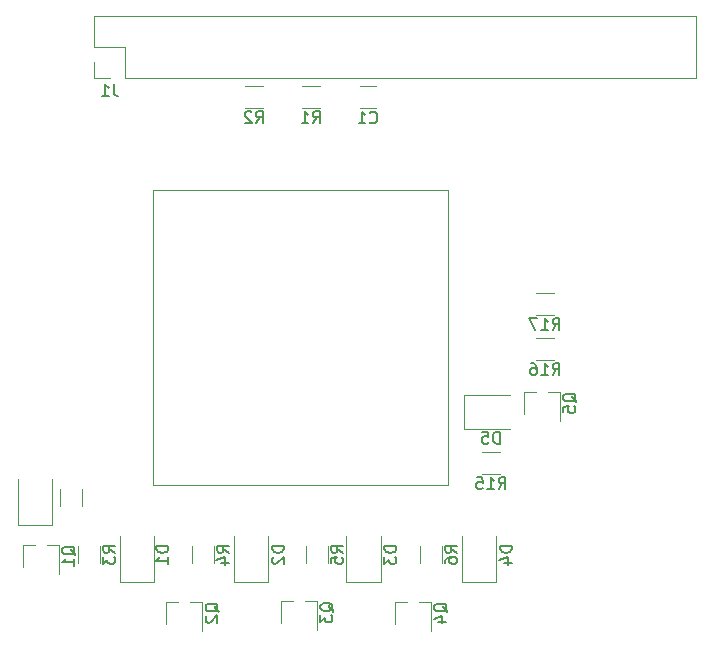
<source format=gbo>
G04 #@! TF.GenerationSoftware,KiCad,Pcbnew,(7.0.0-0)*
G04 #@! TF.CreationDate,2023-03-15T19:35:01+00:00*
G04 #@! TF.ProjectId,Klipper Expander Hat,4b6c6970-7065-4722-9045-7870616e6465,rev?*
G04 #@! TF.SameCoordinates,Original*
G04 #@! TF.FileFunction,Legend,Bot*
G04 #@! TF.FilePolarity,Positive*
%FSLAX46Y46*%
G04 Gerber Fmt 4.6, Leading zero omitted, Abs format (unit mm)*
G04 Created by KiCad (PCBNEW (7.0.0-0)) date 2023-03-15 19:35:01*
%MOMM*%
%LPD*%
G01*
G04 APERTURE LIST*
%ADD10C,0.120000*%
%ADD11C,0.150000*%
G04 APERTURE END LIST*
D10*
X112000000Y-59614000D02*
X137000000Y-59614000D01*
X137000000Y-59614000D02*
X137000000Y-84614000D01*
X137000000Y-84614000D02*
X112000000Y-84614000D01*
X112000000Y-84614000D02*
X112000000Y-59614000D01*
D11*
X108703333Y-50637380D02*
X108703333Y-51351666D01*
X108703333Y-51351666D02*
X108750952Y-51494523D01*
X108750952Y-51494523D02*
X108846190Y-51589761D01*
X108846190Y-51589761D02*
X108989047Y-51637380D01*
X108989047Y-51637380D02*
X109084285Y-51637380D01*
X107703333Y-51637380D02*
X108274761Y-51637380D01*
X107989047Y-51637380D02*
X107989047Y-50637380D01*
X107989047Y-50637380D02*
X108084285Y-50780238D01*
X108084285Y-50780238D02*
X108179523Y-50875476D01*
X108179523Y-50875476D02*
X108274761Y-50923095D01*
X105452619Y-90506761D02*
X105405000Y-90411523D01*
X105405000Y-90411523D02*
X105309761Y-90316285D01*
X105309761Y-90316285D02*
X105166904Y-90173428D01*
X105166904Y-90173428D02*
X105119285Y-90078190D01*
X105119285Y-90078190D02*
X105119285Y-89982952D01*
X105357380Y-90030571D02*
X105309761Y-89935333D01*
X105309761Y-89935333D02*
X105214523Y-89840095D01*
X105214523Y-89840095D02*
X105024047Y-89792476D01*
X105024047Y-89792476D02*
X104690714Y-89792476D01*
X104690714Y-89792476D02*
X104500238Y-89840095D01*
X104500238Y-89840095D02*
X104405000Y-89935333D01*
X104405000Y-89935333D02*
X104357380Y-90030571D01*
X104357380Y-90030571D02*
X104357380Y-90221047D01*
X104357380Y-90221047D02*
X104405000Y-90316285D01*
X104405000Y-90316285D02*
X104500238Y-90411523D01*
X104500238Y-90411523D02*
X104690714Y-90459142D01*
X104690714Y-90459142D02*
X105024047Y-90459142D01*
X105024047Y-90459142D02*
X105214523Y-90411523D01*
X105214523Y-90411523D02*
X105309761Y-90316285D01*
X105309761Y-90316285D02*
X105357380Y-90221047D01*
X105357380Y-90221047D02*
X105357380Y-90030571D01*
X105357380Y-91411523D02*
X105357380Y-90840095D01*
X105357380Y-91125809D02*
X104357380Y-91125809D01*
X104357380Y-91125809D02*
X104500238Y-91030571D01*
X104500238Y-91030571D02*
X104595476Y-90935333D01*
X104595476Y-90935333D02*
X104643095Y-90840095D01*
X113321380Y-89736905D02*
X112321380Y-89736905D01*
X112321380Y-89736905D02*
X112321380Y-89975000D01*
X112321380Y-89975000D02*
X112369000Y-90117857D01*
X112369000Y-90117857D02*
X112464238Y-90213095D01*
X112464238Y-90213095D02*
X112559476Y-90260714D01*
X112559476Y-90260714D02*
X112749952Y-90308333D01*
X112749952Y-90308333D02*
X112892809Y-90308333D01*
X112892809Y-90308333D02*
X113083285Y-90260714D01*
X113083285Y-90260714D02*
X113178523Y-90213095D01*
X113178523Y-90213095D02*
X113273761Y-90117857D01*
X113273761Y-90117857D02*
X113321380Y-89975000D01*
X113321380Y-89975000D02*
X113321380Y-89736905D01*
X113321380Y-91260714D02*
X113321380Y-90689286D01*
X113321380Y-90975000D02*
X112321380Y-90975000D01*
X112321380Y-90975000D02*
X112464238Y-90879762D01*
X112464238Y-90879762D02*
X112559476Y-90784524D01*
X112559476Y-90784524D02*
X112607095Y-90689286D01*
X142404380Y-89736905D02*
X141404380Y-89736905D01*
X141404380Y-89736905D02*
X141404380Y-89975000D01*
X141404380Y-89975000D02*
X141452000Y-90117857D01*
X141452000Y-90117857D02*
X141547238Y-90213095D01*
X141547238Y-90213095D02*
X141642476Y-90260714D01*
X141642476Y-90260714D02*
X141832952Y-90308333D01*
X141832952Y-90308333D02*
X141975809Y-90308333D01*
X141975809Y-90308333D02*
X142166285Y-90260714D01*
X142166285Y-90260714D02*
X142261523Y-90213095D01*
X142261523Y-90213095D02*
X142356761Y-90117857D01*
X142356761Y-90117857D02*
X142404380Y-89975000D01*
X142404380Y-89975000D02*
X142404380Y-89736905D01*
X141737714Y-91165476D02*
X142404380Y-91165476D01*
X141356761Y-90927381D02*
X142071047Y-90689286D01*
X142071047Y-90689286D02*
X142071047Y-91308333D01*
X118443380Y-90308333D02*
X117967190Y-89975000D01*
X118443380Y-89736905D02*
X117443380Y-89736905D01*
X117443380Y-89736905D02*
X117443380Y-90117857D01*
X117443380Y-90117857D02*
X117491000Y-90213095D01*
X117491000Y-90213095D02*
X117538619Y-90260714D01*
X117538619Y-90260714D02*
X117633857Y-90308333D01*
X117633857Y-90308333D02*
X117776714Y-90308333D01*
X117776714Y-90308333D02*
X117871952Y-90260714D01*
X117871952Y-90260714D02*
X117919571Y-90213095D01*
X117919571Y-90213095D02*
X117967190Y-90117857D01*
X117967190Y-90117857D02*
X117967190Y-89736905D01*
X117776714Y-91165476D02*
X118443380Y-91165476D01*
X117395761Y-90927381D02*
X118110047Y-90689286D01*
X118110047Y-90689286D02*
X118110047Y-91308333D01*
X108791380Y-90308333D02*
X108315190Y-89975000D01*
X108791380Y-89736905D02*
X107791380Y-89736905D01*
X107791380Y-89736905D02*
X107791380Y-90117857D01*
X107791380Y-90117857D02*
X107839000Y-90213095D01*
X107839000Y-90213095D02*
X107886619Y-90260714D01*
X107886619Y-90260714D02*
X107981857Y-90308333D01*
X107981857Y-90308333D02*
X108124714Y-90308333D01*
X108124714Y-90308333D02*
X108219952Y-90260714D01*
X108219952Y-90260714D02*
X108267571Y-90213095D01*
X108267571Y-90213095D02*
X108315190Y-90117857D01*
X108315190Y-90117857D02*
X108315190Y-89736905D01*
X107791380Y-90641667D02*
X107791380Y-91260714D01*
X107791380Y-91260714D02*
X108172333Y-90927381D01*
X108172333Y-90927381D02*
X108172333Y-91070238D01*
X108172333Y-91070238D02*
X108219952Y-91165476D01*
X108219952Y-91165476D02*
X108267571Y-91213095D01*
X108267571Y-91213095D02*
X108362809Y-91260714D01*
X108362809Y-91260714D02*
X108600904Y-91260714D01*
X108600904Y-91260714D02*
X108696142Y-91213095D01*
X108696142Y-91213095D02*
X108743761Y-91165476D01*
X108743761Y-91165476D02*
X108791380Y-91070238D01*
X108791380Y-91070238D02*
X108791380Y-90784524D01*
X108791380Y-90784524D02*
X108743761Y-90689286D01*
X108743761Y-90689286D02*
X108696142Y-90641667D01*
X123100380Y-89736905D02*
X122100380Y-89736905D01*
X122100380Y-89736905D02*
X122100380Y-89975000D01*
X122100380Y-89975000D02*
X122148000Y-90117857D01*
X122148000Y-90117857D02*
X122243238Y-90213095D01*
X122243238Y-90213095D02*
X122338476Y-90260714D01*
X122338476Y-90260714D02*
X122528952Y-90308333D01*
X122528952Y-90308333D02*
X122671809Y-90308333D01*
X122671809Y-90308333D02*
X122862285Y-90260714D01*
X122862285Y-90260714D02*
X122957523Y-90213095D01*
X122957523Y-90213095D02*
X123052761Y-90117857D01*
X123052761Y-90117857D02*
X123100380Y-89975000D01*
X123100380Y-89975000D02*
X123100380Y-89736905D01*
X122195619Y-90689286D02*
X122148000Y-90736905D01*
X122148000Y-90736905D02*
X122100380Y-90832143D01*
X122100380Y-90832143D02*
X122100380Y-91070238D01*
X122100380Y-91070238D02*
X122148000Y-91165476D01*
X122148000Y-91165476D02*
X122195619Y-91213095D01*
X122195619Y-91213095D02*
X122290857Y-91260714D01*
X122290857Y-91260714D02*
X122386095Y-91260714D01*
X122386095Y-91260714D02*
X122528952Y-91213095D01*
X122528952Y-91213095D02*
X123100380Y-90641667D01*
X123100380Y-90641667D02*
X123100380Y-91260714D01*
X127296619Y-95292761D02*
X127249000Y-95197523D01*
X127249000Y-95197523D02*
X127153761Y-95102285D01*
X127153761Y-95102285D02*
X127010904Y-94959428D01*
X127010904Y-94959428D02*
X126963285Y-94864190D01*
X126963285Y-94864190D02*
X126963285Y-94768952D01*
X127201380Y-94816571D02*
X127153761Y-94721333D01*
X127153761Y-94721333D02*
X127058523Y-94626095D01*
X127058523Y-94626095D02*
X126868047Y-94578476D01*
X126868047Y-94578476D02*
X126534714Y-94578476D01*
X126534714Y-94578476D02*
X126344238Y-94626095D01*
X126344238Y-94626095D02*
X126249000Y-94721333D01*
X126249000Y-94721333D02*
X126201380Y-94816571D01*
X126201380Y-94816571D02*
X126201380Y-95007047D01*
X126201380Y-95007047D02*
X126249000Y-95102285D01*
X126249000Y-95102285D02*
X126344238Y-95197523D01*
X126344238Y-95197523D02*
X126534714Y-95245142D01*
X126534714Y-95245142D02*
X126868047Y-95245142D01*
X126868047Y-95245142D02*
X127058523Y-95197523D01*
X127058523Y-95197523D02*
X127153761Y-95102285D01*
X127153761Y-95102285D02*
X127201380Y-95007047D01*
X127201380Y-95007047D02*
X127201380Y-94816571D01*
X126201380Y-95578476D02*
X126201380Y-96197523D01*
X126201380Y-96197523D02*
X126582333Y-95864190D01*
X126582333Y-95864190D02*
X126582333Y-96007047D01*
X126582333Y-96007047D02*
X126629952Y-96102285D01*
X126629952Y-96102285D02*
X126677571Y-96149904D01*
X126677571Y-96149904D02*
X126772809Y-96197523D01*
X126772809Y-96197523D02*
X127010904Y-96197523D01*
X127010904Y-96197523D02*
X127106142Y-96149904D01*
X127106142Y-96149904D02*
X127153761Y-96102285D01*
X127153761Y-96102285D02*
X127201380Y-96007047D01*
X127201380Y-96007047D02*
X127201380Y-95721333D01*
X127201380Y-95721333D02*
X127153761Y-95626095D01*
X127153761Y-95626095D02*
X127106142Y-95578476D01*
X145854857Y-71453380D02*
X146188190Y-70977190D01*
X146426285Y-71453380D02*
X146426285Y-70453380D01*
X146426285Y-70453380D02*
X146045333Y-70453380D01*
X146045333Y-70453380D02*
X145950095Y-70501000D01*
X145950095Y-70501000D02*
X145902476Y-70548619D01*
X145902476Y-70548619D02*
X145854857Y-70643857D01*
X145854857Y-70643857D02*
X145854857Y-70786714D01*
X145854857Y-70786714D02*
X145902476Y-70881952D01*
X145902476Y-70881952D02*
X145950095Y-70929571D01*
X145950095Y-70929571D02*
X146045333Y-70977190D01*
X146045333Y-70977190D02*
X146426285Y-70977190D01*
X144902476Y-71453380D02*
X145473904Y-71453380D01*
X145188190Y-71453380D02*
X145188190Y-70453380D01*
X145188190Y-70453380D02*
X145283428Y-70596238D01*
X145283428Y-70596238D02*
X145378666Y-70691476D01*
X145378666Y-70691476D02*
X145473904Y-70739095D01*
X144569142Y-70453380D02*
X143902476Y-70453380D01*
X143902476Y-70453380D02*
X144331047Y-71453380D01*
X130392666Y-53862142D02*
X130440285Y-53909761D01*
X130440285Y-53909761D02*
X130583142Y-53957380D01*
X130583142Y-53957380D02*
X130678380Y-53957380D01*
X130678380Y-53957380D02*
X130821237Y-53909761D01*
X130821237Y-53909761D02*
X130916475Y-53814523D01*
X130916475Y-53814523D02*
X130964094Y-53719285D01*
X130964094Y-53719285D02*
X131011713Y-53528809D01*
X131011713Y-53528809D02*
X131011713Y-53385952D01*
X131011713Y-53385952D02*
X130964094Y-53195476D01*
X130964094Y-53195476D02*
X130916475Y-53100238D01*
X130916475Y-53100238D02*
X130821237Y-53005000D01*
X130821237Y-53005000D02*
X130678380Y-52957380D01*
X130678380Y-52957380D02*
X130583142Y-52957380D01*
X130583142Y-52957380D02*
X130440285Y-53005000D01*
X130440285Y-53005000D02*
X130392666Y-53052619D01*
X129440285Y-53957380D02*
X130011713Y-53957380D01*
X129725999Y-53957380D02*
X129725999Y-52957380D01*
X129725999Y-52957380D02*
X129821237Y-53100238D01*
X129821237Y-53100238D02*
X129916475Y-53195476D01*
X129916475Y-53195476D02*
X130011713Y-53243095D01*
X147870619Y-77552761D02*
X147823000Y-77457523D01*
X147823000Y-77457523D02*
X147727761Y-77362285D01*
X147727761Y-77362285D02*
X147584904Y-77219428D01*
X147584904Y-77219428D02*
X147537285Y-77124190D01*
X147537285Y-77124190D02*
X147537285Y-77028952D01*
X147775380Y-77076571D02*
X147727761Y-76981333D01*
X147727761Y-76981333D02*
X147632523Y-76886095D01*
X147632523Y-76886095D02*
X147442047Y-76838476D01*
X147442047Y-76838476D02*
X147108714Y-76838476D01*
X147108714Y-76838476D02*
X146918238Y-76886095D01*
X146918238Y-76886095D02*
X146823000Y-76981333D01*
X146823000Y-76981333D02*
X146775380Y-77076571D01*
X146775380Y-77076571D02*
X146775380Y-77267047D01*
X146775380Y-77267047D02*
X146823000Y-77362285D01*
X146823000Y-77362285D02*
X146918238Y-77457523D01*
X146918238Y-77457523D02*
X147108714Y-77505142D01*
X147108714Y-77505142D02*
X147442047Y-77505142D01*
X147442047Y-77505142D02*
X147632523Y-77457523D01*
X147632523Y-77457523D02*
X147727761Y-77362285D01*
X147727761Y-77362285D02*
X147775380Y-77267047D01*
X147775380Y-77267047D02*
X147775380Y-77076571D01*
X146775380Y-78409904D02*
X146775380Y-77933714D01*
X146775380Y-77933714D02*
X147251571Y-77886095D01*
X147251571Y-77886095D02*
X147203952Y-77933714D01*
X147203952Y-77933714D02*
X147156333Y-78028952D01*
X147156333Y-78028952D02*
X147156333Y-78267047D01*
X147156333Y-78267047D02*
X147203952Y-78362285D01*
X147203952Y-78362285D02*
X147251571Y-78409904D01*
X147251571Y-78409904D02*
X147346809Y-78457523D01*
X147346809Y-78457523D02*
X147584904Y-78457523D01*
X147584904Y-78457523D02*
X147680142Y-78409904D01*
X147680142Y-78409904D02*
X147727761Y-78362285D01*
X147727761Y-78362285D02*
X147775380Y-78267047D01*
X147775380Y-78267047D02*
X147775380Y-78028952D01*
X147775380Y-78028952D02*
X147727761Y-77933714D01*
X147727761Y-77933714D02*
X147680142Y-77886095D01*
X137747380Y-90308333D02*
X137271190Y-89975000D01*
X137747380Y-89736905D02*
X136747380Y-89736905D01*
X136747380Y-89736905D02*
X136747380Y-90117857D01*
X136747380Y-90117857D02*
X136795000Y-90213095D01*
X136795000Y-90213095D02*
X136842619Y-90260714D01*
X136842619Y-90260714D02*
X136937857Y-90308333D01*
X136937857Y-90308333D02*
X137080714Y-90308333D01*
X137080714Y-90308333D02*
X137175952Y-90260714D01*
X137175952Y-90260714D02*
X137223571Y-90213095D01*
X137223571Y-90213095D02*
X137271190Y-90117857D01*
X137271190Y-90117857D02*
X137271190Y-89736905D01*
X136747380Y-91165476D02*
X136747380Y-90975000D01*
X136747380Y-90975000D02*
X136795000Y-90879762D01*
X136795000Y-90879762D02*
X136842619Y-90832143D01*
X136842619Y-90832143D02*
X136985476Y-90736905D01*
X136985476Y-90736905D02*
X137175952Y-90689286D01*
X137175952Y-90689286D02*
X137556904Y-90689286D01*
X137556904Y-90689286D02*
X137652142Y-90736905D01*
X137652142Y-90736905D02*
X137699761Y-90784524D01*
X137699761Y-90784524D02*
X137747380Y-90879762D01*
X137747380Y-90879762D02*
X137747380Y-91070238D01*
X137747380Y-91070238D02*
X137699761Y-91165476D01*
X137699761Y-91165476D02*
X137652142Y-91213095D01*
X137652142Y-91213095D02*
X137556904Y-91260714D01*
X137556904Y-91260714D02*
X137318809Y-91260714D01*
X137318809Y-91260714D02*
X137223571Y-91213095D01*
X137223571Y-91213095D02*
X137175952Y-91165476D01*
X137175952Y-91165476D02*
X137128333Y-91070238D01*
X137128333Y-91070238D02*
X137128333Y-90879762D01*
X137128333Y-90879762D02*
X137175952Y-90784524D01*
X137175952Y-90784524D02*
X137223571Y-90736905D01*
X137223571Y-90736905D02*
X137318809Y-90689286D01*
X136948619Y-95332761D02*
X136901000Y-95237523D01*
X136901000Y-95237523D02*
X136805761Y-95142285D01*
X136805761Y-95142285D02*
X136662904Y-94999428D01*
X136662904Y-94999428D02*
X136615285Y-94904190D01*
X136615285Y-94904190D02*
X136615285Y-94808952D01*
X136853380Y-94856571D02*
X136805761Y-94761333D01*
X136805761Y-94761333D02*
X136710523Y-94666095D01*
X136710523Y-94666095D02*
X136520047Y-94618476D01*
X136520047Y-94618476D02*
X136186714Y-94618476D01*
X136186714Y-94618476D02*
X135996238Y-94666095D01*
X135996238Y-94666095D02*
X135901000Y-94761333D01*
X135901000Y-94761333D02*
X135853380Y-94856571D01*
X135853380Y-94856571D02*
X135853380Y-95047047D01*
X135853380Y-95047047D02*
X135901000Y-95142285D01*
X135901000Y-95142285D02*
X135996238Y-95237523D01*
X135996238Y-95237523D02*
X136186714Y-95285142D01*
X136186714Y-95285142D02*
X136520047Y-95285142D01*
X136520047Y-95285142D02*
X136710523Y-95237523D01*
X136710523Y-95237523D02*
X136805761Y-95142285D01*
X136805761Y-95142285D02*
X136853380Y-95047047D01*
X136853380Y-95047047D02*
X136853380Y-94856571D01*
X136186714Y-96142285D02*
X136853380Y-96142285D01*
X135805761Y-95904190D02*
X136520047Y-95666095D01*
X136520047Y-95666095D02*
X136520047Y-96285142D01*
X117578619Y-95332761D02*
X117531000Y-95237523D01*
X117531000Y-95237523D02*
X117435761Y-95142285D01*
X117435761Y-95142285D02*
X117292904Y-94999428D01*
X117292904Y-94999428D02*
X117245285Y-94904190D01*
X117245285Y-94904190D02*
X117245285Y-94808952D01*
X117483380Y-94856571D02*
X117435761Y-94761333D01*
X117435761Y-94761333D02*
X117340523Y-94666095D01*
X117340523Y-94666095D02*
X117150047Y-94618476D01*
X117150047Y-94618476D02*
X116816714Y-94618476D01*
X116816714Y-94618476D02*
X116626238Y-94666095D01*
X116626238Y-94666095D02*
X116531000Y-94761333D01*
X116531000Y-94761333D02*
X116483380Y-94856571D01*
X116483380Y-94856571D02*
X116483380Y-95047047D01*
X116483380Y-95047047D02*
X116531000Y-95142285D01*
X116531000Y-95142285D02*
X116626238Y-95237523D01*
X116626238Y-95237523D02*
X116816714Y-95285142D01*
X116816714Y-95285142D02*
X117150047Y-95285142D01*
X117150047Y-95285142D02*
X117340523Y-95237523D01*
X117340523Y-95237523D02*
X117435761Y-95142285D01*
X117435761Y-95142285D02*
X117483380Y-95047047D01*
X117483380Y-95047047D02*
X117483380Y-94856571D01*
X116578619Y-95666095D02*
X116531000Y-95713714D01*
X116531000Y-95713714D02*
X116483380Y-95808952D01*
X116483380Y-95808952D02*
X116483380Y-96047047D01*
X116483380Y-96047047D02*
X116531000Y-96142285D01*
X116531000Y-96142285D02*
X116578619Y-96189904D01*
X116578619Y-96189904D02*
X116673857Y-96237523D01*
X116673857Y-96237523D02*
X116769095Y-96237523D01*
X116769095Y-96237523D02*
X116911952Y-96189904D01*
X116911952Y-96189904D02*
X117483380Y-95618476D01*
X117483380Y-95618476D02*
X117483380Y-96237523D01*
X128095380Y-90308333D02*
X127619190Y-89975000D01*
X128095380Y-89736905D02*
X127095380Y-89736905D01*
X127095380Y-89736905D02*
X127095380Y-90117857D01*
X127095380Y-90117857D02*
X127143000Y-90213095D01*
X127143000Y-90213095D02*
X127190619Y-90260714D01*
X127190619Y-90260714D02*
X127285857Y-90308333D01*
X127285857Y-90308333D02*
X127428714Y-90308333D01*
X127428714Y-90308333D02*
X127523952Y-90260714D01*
X127523952Y-90260714D02*
X127571571Y-90213095D01*
X127571571Y-90213095D02*
X127619190Y-90117857D01*
X127619190Y-90117857D02*
X127619190Y-89736905D01*
X127095380Y-91213095D02*
X127095380Y-90736905D01*
X127095380Y-90736905D02*
X127571571Y-90689286D01*
X127571571Y-90689286D02*
X127523952Y-90736905D01*
X127523952Y-90736905D02*
X127476333Y-90832143D01*
X127476333Y-90832143D02*
X127476333Y-91070238D01*
X127476333Y-91070238D02*
X127523952Y-91165476D01*
X127523952Y-91165476D02*
X127571571Y-91213095D01*
X127571571Y-91213095D02*
X127666809Y-91260714D01*
X127666809Y-91260714D02*
X127904904Y-91260714D01*
X127904904Y-91260714D02*
X128000142Y-91213095D01*
X128000142Y-91213095D02*
X128047761Y-91165476D01*
X128047761Y-91165476D02*
X128095380Y-91070238D01*
X128095380Y-91070238D02*
X128095380Y-90832143D01*
X128095380Y-90832143D02*
X128047761Y-90736905D01*
X128047761Y-90736905D02*
X128000142Y-90689286D01*
X145854857Y-75263380D02*
X146188190Y-74787190D01*
X146426285Y-75263380D02*
X146426285Y-74263380D01*
X146426285Y-74263380D02*
X146045333Y-74263380D01*
X146045333Y-74263380D02*
X145950095Y-74311000D01*
X145950095Y-74311000D02*
X145902476Y-74358619D01*
X145902476Y-74358619D02*
X145854857Y-74453857D01*
X145854857Y-74453857D02*
X145854857Y-74596714D01*
X145854857Y-74596714D02*
X145902476Y-74691952D01*
X145902476Y-74691952D02*
X145950095Y-74739571D01*
X145950095Y-74739571D02*
X146045333Y-74787190D01*
X146045333Y-74787190D02*
X146426285Y-74787190D01*
X144902476Y-75263380D02*
X145473904Y-75263380D01*
X145188190Y-75263380D02*
X145188190Y-74263380D01*
X145188190Y-74263380D02*
X145283428Y-74406238D01*
X145283428Y-74406238D02*
X145378666Y-74501476D01*
X145378666Y-74501476D02*
X145473904Y-74549095D01*
X144045333Y-74263380D02*
X144235809Y-74263380D01*
X144235809Y-74263380D02*
X144331047Y-74311000D01*
X144331047Y-74311000D02*
X144378666Y-74358619D01*
X144378666Y-74358619D02*
X144473904Y-74501476D01*
X144473904Y-74501476D02*
X144521523Y-74691952D01*
X144521523Y-74691952D02*
X144521523Y-75072904D01*
X144521523Y-75072904D02*
X144473904Y-75168142D01*
X144473904Y-75168142D02*
X144426285Y-75215761D01*
X144426285Y-75215761D02*
X144331047Y-75263380D01*
X144331047Y-75263380D02*
X144140571Y-75263380D01*
X144140571Y-75263380D02*
X144045333Y-75215761D01*
X144045333Y-75215761D02*
X143997714Y-75168142D01*
X143997714Y-75168142D02*
X143950095Y-75072904D01*
X143950095Y-75072904D02*
X143950095Y-74834809D01*
X143950095Y-74834809D02*
X143997714Y-74739571D01*
X143997714Y-74739571D02*
X144045333Y-74691952D01*
X144045333Y-74691952D02*
X144140571Y-74644333D01*
X144140571Y-74644333D02*
X144331047Y-74644333D01*
X144331047Y-74644333D02*
X144426285Y-74691952D01*
X144426285Y-74691952D02*
X144473904Y-74739571D01*
X144473904Y-74739571D02*
X144521523Y-74834809D01*
X141378094Y-81063380D02*
X141378094Y-80063380D01*
X141378094Y-80063380D02*
X141139999Y-80063380D01*
X141139999Y-80063380D02*
X140997142Y-80111000D01*
X140997142Y-80111000D02*
X140901904Y-80206238D01*
X140901904Y-80206238D02*
X140854285Y-80301476D01*
X140854285Y-80301476D02*
X140806666Y-80491952D01*
X140806666Y-80491952D02*
X140806666Y-80634809D01*
X140806666Y-80634809D02*
X140854285Y-80825285D01*
X140854285Y-80825285D02*
X140901904Y-80920523D01*
X140901904Y-80920523D02*
X140997142Y-81015761D01*
X140997142Y-81015761D02*
X141139999Y-81063380D01*
X141139999Y-81063380D02*
X141378094Y-81063380D01*
X139901904Y-80063380D02*
X140378094Y-80063380D01*
X140378094Y-80063380D02*
X140425713Y-80539571D01*
X140425713Y-80539571D02*
X140378094Y-80491952D01*
X140378094Y-80491952D02*
X140282856Y-80444333D01*
X140282856Y-80444333D02*
X140044761Y-80444333D01*
X140044761Y-80444333D02*
X139949523Y-80491952D01*
X139949523Y-80491952D02*
X139901904Y-80539571D01*
X139901904Y-80539571D02*
X139854285Y-80634809D01*
X139854285Y-80634809D02*
X139854285Y-80872904D01*
X139854285Y-80872904D02*
X139901904Y-80968142D01*
X139901904Y-80968142D02*
X139949523Y-81015761D01*
X139949523Y-81015761D02*
X140044761Y-81063380D01*
X140044761Y-81063380D02*
X140282856Y-81063380D01*
X140282856Y-81063380D02*
X140378094Y-81015761D01*
X140378094Y-81015761D02*
X140425713Y-80968142D01*
X141282857Y-84915380D02*
X141616190Y-84439190D01*
X141854285Y-84915380D02*
X141854285Y-83915380D01*
X141854285Y-83915380D02*
X141473333Y-83915380D01*
X141473333Y-83915380D02*
X141378095Y-83963000D01*
X141378095Y-83963000D02*
X141330476Y-84010619D01*
X141330476Y-84010619D02*
X141282857Y-84105857D01*
X141282857Y-84105857D02*
X141282857Y-84248714D01*
X141282857Y-84248714D02*
X141330476Y-84343952D01*
X141330476Y-84343952D02*
X141378095Y-84391571D01*
X141378095Y-84391571D02*
X141473333Y-84439190D01*
X141473333Y-84439190D02*
X141854285Y-84439190D01*
X140330476Y-84915380D02*
X140901904Y-84915380D01*
X140616190Y-84915380D02*
X140616190Y-83915380D01*
X140616190Y-83915380D02*
X140711428Y-84058238D01*
X140711428Y-84058238D02*
X140806666Y-84153476D01*
X140806666Y-84153476D02*
X140901904Y-84201095D01*
X139425714Y-83915380D02*
X139901904Y-83915380D01*
X139901904Y-83915380D02*
X139949523Y-84391571D01*
X139949523Y-84391571D02*
X139901904Y-84343952D01*
X139901904Y-84343952D02*
X139806666Y-84296333D01*
X139806666Y-84296333D02*
X139568571Y-84296333D01*
X139568571Y-84296333D02*
X139473333Y-84343952D01*
X139473333Y-84343952D02*
X139425714Y-84391571D01*
X139425714Y-84391571D02*
X139378095Y-84486809D01*
X139378095Y-84486809D02*
X139378095Y-84724904D01*
X139378095Y-84724904D02*
X139425714Y-84820142D01*
X139425714Y-84820142D02*
X139473333Y-84867761D01*
X139473333Y-84867761D02*
X139568571Y-84915380D01*
X139568571Y-84915380D02*
X139806666Y-84915380D01*
X139806666Y-84915380D02*
X139901904Y-84867761D01*
X139901904Y-84867761D02*
X139949523Y-84820142D01*
X120740666Y-53927380D02*
X121073999Y-53451190D01*
X121312094Y-53927380D02*
X121312094Y-52927380D01*
X121312094Y-52927380D02*
X120931142Y-52927380D01*
X120931142Y-52927380D02*
X120835904Y-52975000D01*
X120835904Y-52975000D02*
X120788285Y-53022619D01*
X120788285Y-53022619D02*
X120740666Y-53117857D01*
X120740666Y-53117857D02*
X120740666Y-53260714D01*
X120740666Y-53260714D02*
X120788285Y-53355952D01*
X120788285Y-53355952D02*
X120835904Y-53403571D01*
X120835904Y-53403571D02*
X120931142Y-53451190D01*
X120931142Y-53451190D02*
X121312094Y-53451190D01*
X120359713Y-53022619D02*
X120312094Y-52975000D01*
X120312094Y-52975000D02*
X120216856Y-52927380D01*
X120216856Y-52927380D02*
X119978761Y-52927380D01*
X119978761Y-52927380D02*
X119883523Y-52975000D01*
X119883523Y-52975000D02*
X119835904Y-53022619D01*
X119835904Y-53022619D02*
X119788285Y-53117857D01*
X119788285Y-53117857D02*
X119788285Y-53213095D01*
X119788285Y-53213095D02*
X119835904Y-53355952D01*
X119835904Y-53355952D02*
X120407332Y-53927380D01*
X120407332Y-53927380D02*
X119788285Y-53927380D01*
X125566666Y-53927380D02*
X125899999Y-53451190D01*
X126138094Y-53927380D02*
X126138094Y-52927380D01*
X126138094Y-52927380D02*
X125757142Y-52927380D01*
X125757142Y-52927380D02*
X125661904Y-52975000D01*
X125661904Y-52975000D02*
X125614285Y-53022619D01*
X125614285Y-53022619D02*
X125566666Y-53117857D01*
X125566666Y-53117857D02*
X125566666Y-53260714D01*
X125566666Y-53260714D02*
X125614285Y-53355952D01*
X125614285Y-53355952D02*
X125661904Y-53403571D01*
X125661904Y-53403571D02*
X125757142Y-53451190D01*
X125757142Y-53451190D02*
X126138094Y-53451190D01*
X124614285Y-53927380D02*
X125185713Y-53927380D01*
X124899999Y-53927380D02*
X124899999Y-52927380D01*
X124899999Y-52927380D02*
X124995237Y-53070238D01*
X124995237Y-53070238D02*
X125090475Y-53165476D01*
X125090475Y-53165476D02*
X125185713Y-53213095D01*
X132625380Y-89736905D02*
X131625380Y-89736905D01*
X131625380Y-89736905D02*
X131625380Y-89975000D01*
X131625380Y-89975000D02*
X131673000Y-90117857D01*
X131673000Y-90117857D02*
X131768238Y-90213095D01*
X131768238Y-90213095D02*
X131863476Y-90260714D01*
X131863476Y-90260714D02*
X132053952Y-90308333D01*
X132053952Y-90308333D02*
X132196809Y-90308333D01*
X132196809Y-90308333D02*
X132387285Y-90260714D01*
X132387285Y-90260714D02*
X132482523Y-90213095D01*
X132482523Y-90213095D02*
X132577761Y-90117857D01*
X132577761Y-90117857D02*
X132625380Y-89975000D01*
X132625380Y-89975000D02*
X132625380Y-89736905D01*
X131625380Y-90641667D02*
X131625380Y-91260714D01*
X131625380Y-91260714D02*
X132006333Y-90927381D01*
X132006333Y-90927381D02*
X132006333Y-91070238D01*
X132006333Y-91070238D02*
X132053952Y-91165476D01*
X132053952Y-91165476D02*
X132101571Y-91213095D01*
X132101571Y-91213095D02*
X132196809Y-91260714D01*
X132196809Y-91260714D02*
X132434904Y-91260714D01*
X132434904Y-91260714D02*
X132530142Y-91213095D01*
X132530142Y-91213095D02*
X132577761Y-91165476D01*
X132577761Y-91165476D02*
X132625380Y-91070238D01*
X132625380Y-91070238D02*
X132625380Y-90784524D01*
X132625380Y-90784524D02*
X132577761Y-90689286D01*
X132577761Y-90689286D02*
X132530142Y-90641667D01*
D10*
X157960000Y-44900000D02*
X157960000Y-50100000D01*
X107040000Y-44900000D02*
X157960000Y-44900000D01*
X107040000Y-44900000D02*
X107040000Y-47500000D01*
X109640000Y-47500000D02*
X109640000Y-50100000D01*
X107040000Y-47500000D02*
X109640000Y-47500000D01*
X107040000Y-48770000D02*
X107040000Y-50100000D01*
X109640000Y-50100000D02*
X157960000Y-50100000D01*
X107040000Y-50100000D02*
X108370000Y-50100000D01*
X104050000Y-89672000D02*
X104050000Y-92102000D01*
X100990000Y-89652000D02*
X100990000Y-91502000D01*
X102040000Y-89652000D02*
X100990000Y-89652000D01*
X104040000Y-89652000D02*
X103040000Y-89652000D01*
X109208000Y-92760000D02*
X109208000Y-88875000D01*
X112128000Y-92760000D02*
X109208000Y-92760000D01*
X112128000Y-88875000D02*
X112128000Y-92760000D01*
X138164000Y-92760000D02*
X138164000Y-88875000D01*
X141084000Y-92760000D02*
X138164000Y-92760000D01*
X141084000Y-88875000D02*
X141084000Y-92760000D01*
X115346000Y-91202064D02*
X115346000Y-89747936D01*
X117166000Y-91202064D02*
X117166000Y-89747936D01*
X105694000Y-91202064D02*
X105694000Y-89747936D01*
X107514000Y-91202064D02*
X107514000Y-89747936D01*
X100572000Y-87934000D02*
X100572000Y-84049000D01*
X103492000Y-87934000D02*
X100572000Y-87934000D01*
X103492000Y-84049000D02*
X103492000Y-87934000D01*
X104170000Y-86376064D02*
X104170000Y-84921936D01*
X105990000Y-86376064D02*
X105990000Y-84921936D01*
X118860000Y-92760000D02*
X118860000Y-88875000D01*
X121780000Y-92760000D02*
X118860000Y-92760000D01*
X121780000Y-88875000D02*
X121780000Y-92760000D01*
X125894000Y-94458000D02*
X125894000Y-96888000D01*
X122834000Y-94438000D02*
X122834000Y-96288000D01*
X123884000Y-94438000D02*
X122834000Y-94438000D01*
X125884000Y-94438000D02*
X124884000Y-94438000D01*
X144484936Y-68356000D02*
X145939064Y-68356000D01*
X144484936Y-70176000D02*
X145939064Y-70176000D01*
X129514748Y-50830000D02*
X130937252Y-50830000D01*
X129514748Y-52650000D02*
X130937252Y-52650000D01*
X146468000Y-76718000D02*
X146468000Y-79148000D01*
X143408000Y-76698000D02*
X143408000Y-78548000D01*
X144458000Y-76698000D02*
X143408000Y-76698000D01*
X146458000Y-76698000D02*
X145458000Y-76698000D01*
X134650000Y-91202064D02*
X134650000Y-89747936D01*
X136470000Y-91202064D02*
X136470000Y-89747936D01*
X135546000Y-94498000D02*
X135546000Y-96928000D01*
X132486000Y-94478000D02*
X132486000Y-96328000D01*
X133536000Y-94478000D02*
X132486000Y-94478000D01*
X135536000Y-94478000D02*
X134536000Y-94478000D01*
X116176000Y-94498000D02*
X116176000Y-96928000D01*
X113116000Y-94478000D02*
X113116000Y-96328000D01*
X114166000Y-94478000D02*
X113116000Y-94478000D01*
X116166000Y-94478000D02*
X115166000Y-94478000D01*
X124998000Y-91202064D02*
X124998000Y-89747936D01*
X126818000Y-91202064D02*
X126818000Y-89747936D01*
X144484936Y-72166000D02*
X145939064Y-72166000D01*
X144484936Y-73986000D02*
X145939064Y-73986000D01*
X138355000Y-76950000D02*
X142240000Y-76950000D01*
X138355000Y-79870000D02*
X138355000Y-76950000D01*
X142240000Y-79870000D02*
X138355000Y-79870000D01*
X139912936Y-81818000D02*
X141367064Y-81818000D01*
X139912936Y-83638000D02*
X141367064Y-83638000D01*
X119846936Y-50830000D02*
X121301064Y-50830000D01*
X119846936Y-52650000D02*
X121301064Y-52650000D01*
X124672936Y-50830000D02*
X126127064Y-50830000D01*
X124672936Y-52650000D02*
X126127064Y-52650000D01*
X128385000Y-92760000D02*
X128385000Y-88875000D01*
X131305000Y-92760000D02*
X128385000Y-92760000D01*
X131305000Y-88875000D02*
X131305000Y-92760000D01*
M02*

</source>
